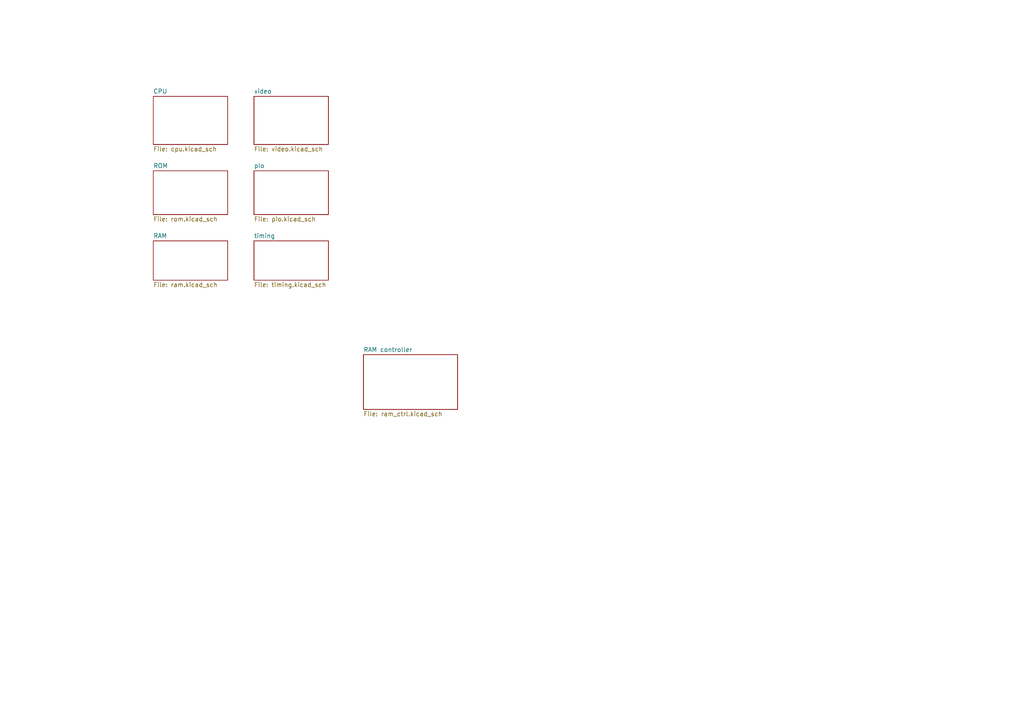
<source format=kicad_sch>
(kicad_sch (version 20211123) (generator eeschema)
  (paper "A4")
  (lib_symbols)
  (sheet (at 73.66 27.94) (size 21.59 13.97) (stroke (width 0.1524))
    (property "Sheet name" "video" (at 73.66 27.2284 0) (effects (justify left bottom)))
    (property "Sheet file" "video.kicad_sch" (at 73.66 42.4946 0) (effects (justify left top)))
  )
  (sheet (at 44.45 49.53) (size 21.59 12.7) (stroke (width 0.1524))
    (property "Sheet name" "ROM" (at 44.45 48.8184 0) (effects (justify left bottom)))
    (property "Sheet file" "rom.kicad_sch" (at 44.45 62.8146 0) (effects (justify left top)))
  )
  (sheet (at 105.41 102.87) (size 27.305 15.875) (stroke (width 0.1524))
    (property "Sheet name" "RAM controller" (at 105.41 102.1584 0) (effects (justify left bottom)))
    (property "Sheet file" "ram_ctrl.kicad_sch" (at 105.41 119.3296 0) (effects (justify left top)))
  )
  (sheet (at 73.66 69.85) (size 21.59 11.43) (stroke (width 0.1524))
    (property "Sheet name" "timing" (at 73.66 69.1384 0) (effects (justify left bottom)))
    (property "Sheet file" "timing.kicad_sch" (at 73.66 81.8646 0) (effects (justify left top)))
  )
  (sheet (at 73.66 49.53) (size 21.59 12.7) (stroke (width 0.1524))
    (property "Sheet name" "pio" (at 73.66 48.8184 0) (effects (justify left bottom)))
    (property "Sheet file" "pio.kicad_sch" (at 73.66 62.8146 0) (effects (justify left top)))
  )
  (sheet (at 44.45 69.85) (size 21.59 11.43) (stroke (width 0.1524))
    (property "Sheet name" "RAM" (at 44.45 69.1384 0) (effects (justify left bottom)))
    (property "Sheet file" "ram.kicad_sch" (at 44.45 81.8646 0) (effects (justify left top)))
  )
  (sheet (at 44.45 27.94) (size 21.59 13.97) (stroke (width 0.1524))
    (property "Sheet name" "CPU" (at 44.45 27.2284 0) (effects (justify left bottom)))
    (property "Sheet file" "cpu.kicad_sch" (at 44.45 42.4946 0) (effects (justify left top)))
  )
)
</source>
